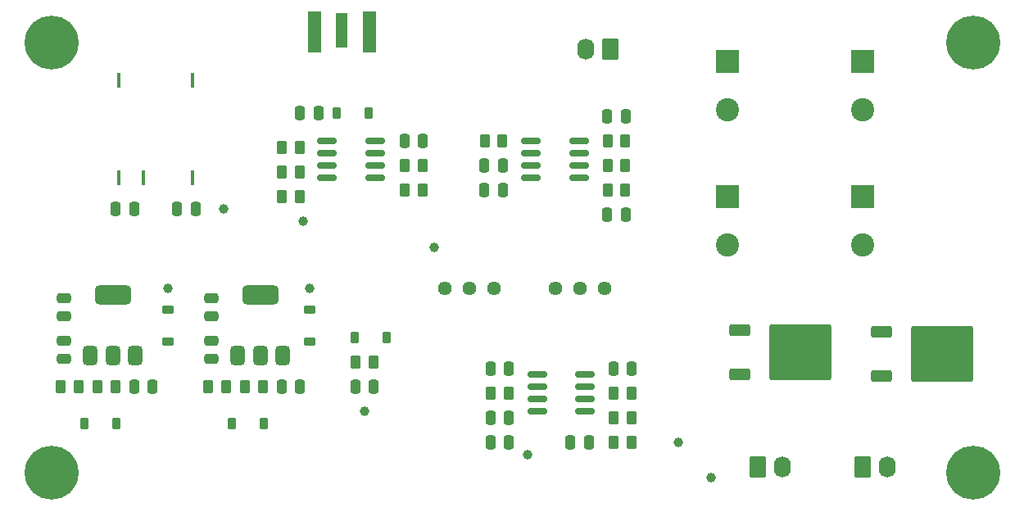
<source format=gbr>
%TF.GenerationSoftware,KiCad,Pcbnew,8.0.1*%
%TF.CreationDate,2024-07-13T13:04:58-04:00*%
%TF.ProjectId,GaN Drain Driver,47614e20-4472-4616-996e-204472697665,v1.0*%
%TF.SameCoordinates,Original*%
%TF.FileFunction,Soldermask,Top*%
%TF.FilePolarity,Negative*%
%FSLAX46Y46*%
G04 Gerber Fmt 4.6, Leading zero omitted, Abs format (unit mm)*
G04 Created by KiCad (PCBNEW 8.0.1) date 2024-07-13 13:04:58*
%MOMM*%
%LPD*%
G01*
G04 APERTURE LIST*
G04 Aperture macros list*
%AMRoundRect*
0 Rectangle with rounded corners*
0 $1 Rounding radius*
0 $2 $3 $4 $5 $6 $7 $8 $9 X,Y pos of 4 corners*
0 Add a 4 corners polygon primitive as box body*
4,1,4,$2,$3,$4,$5,$6,$7,$8,$9,$2,$3,0*
0 Add four circle primitives for the rounded corners*
1,1,$1+$1,$2,$3*
1,1,$1+$1,$4,$5*
1,1,$1+$1,$6,$7*
1,1,$1+$1,$8,$9*
0 Add four rect primitives between the rounded corners*
20,1,$1+$1,$2,$3,$4,$5,0*
20,1,$1+$1,$4,$5,$6,$7,0*
20,1,$1+$1,$6,$7,$8,$9,0*
20,1,$1+$1,$8,$9,$2,$3,0*%
G04 Aperture macros list end*
%ADD10R,0.457200X1.600200*%
%ADD11RoundRect,0.250000X0.262500X0.450000X-0.262500X0.450000X-0.262500X-0.450000X0.262500X-0.450000X0*%
%ADD12RoundRect,0.250000X-0.262500X-0.450000X0.262500X-0.450000X0.262500X0.450000X-0.262500X0.450000X0*%
%ADD13C,1.000000*%
%ADD14R,2.400000X2.400000*%
%ADD15C,2.400000*%
%ADD16RoundRect,0.225000X0.225000X0.375000X-0.225000X0.375000X-0.225000X-0.375000X0.225000X-0.375000X0*%
%ADD17RoundRect,0.250000X0.475000X-0.250000X0.475000X0.250000X-0.475000X0.250000X-0.475000X-0.250000X0*%
%ADD18RoundRect,0.250000X0.250000X0.475000X-0.250000X0.475000X-0.250000X-0.475000X0.250000X-0.475000X0*%
%ADD19RoundRect,0.225000X-0.225000X-0.375000X0.225000X-0.375000X0.225000X0.375000X-0.225000X0.375000X0*%
%ADD20RoundRect,0.250000X-0.250000X-0.475000X0.250000X-0.475000X0.250000X0.475000X-0.250000X0.475000X0*%
%ADD21RoundRect,0.225000X0.375000X-0.225000X0.375000X0.225000X-0.375000X0.225000X-0.375000X-0.225000X0*%
%ADD22RoundRect,0.250000X-0.620000X-0.845000X0.620000X-0.845000X0.620000X0.845000X-0.620000X0.845000X0*%
%ADD23O,1.740000X2.190000*%
%ADD24C,5.562600*%
%ADD25RoundRect,0.375000X0.375000X-0.625000X0.375000X0.625000X-0.375000X0.625000X-0.375000X-0.625000X0*%
%ADD26RoundRect,0.500000X1.400000X-0.500000X1.400000X0.500000X-1.400000X0.500000X-1.400000X-0.500000X0*%
%ADD27RoundRect,0.250000X0.620000X0.845000X-0.620000X0.845000X-0.620000X-0.845000X0.620000X-0.845000X0*%
%ADD28RoundRect,0.150000X-0.825000X-0.150000X0.825000X-0.150000X0.825000X0.150000X-0.825000X0.150000X0*%
%ADD29RoundRect,0.250000X-0.475000X0.250000X-0.475000X-0.250000X0.475000X-0.250000X0.475000X0.250000X0*%
%ADD30RoundRect,0.250000X-0.850000X-0.350000X0.850000X-0.350000X0.850000X0.350000X-0.850000X0.350000X0*%
%ADD31RoundRect,0.249997X-2.950003X-2.650003X2.950003X-2.650003X2.950003X2.650003X-2.950003X2.650003X0*%
%ADD32R,1.270000X3.600000*%
%ADD33R,1.350000X4.200000*%
%ADD34C,1.440000*%
G04 APERTURE END LIST*
D10*
%TO.C,U2*%
X60960000Y-42519600D03*
X63500000Y-42519600D03*
X68580000Y-42519600D03*
X68580000Y-32410400D03*
X60960000Y-32410400D03*
%TD*%
D11*
%TO.C,R1*%
X79652500Y-39370000D03*
X77827500Y-39370000D03*
%TD*%
D12*
%TO.C,R4*%
X90527500Y-41275000D03*
X92352500Y-41275000D03*
%TD*%
D13*
%TO.C,TP9*%
X103225600Y-71170800D03*
%TD*%
%TO.C,TP8*%
X122123200Y-73507600D03*
%TD*%
D14*
%TO.C,C20*%
X137795000Y-44450000D03*
D15*
X137795000Y-49450000D03*
%TD*%
D14*
%TO.C,C4*%
X123825000Y-44450000D03*
D15*
X123825000Y-49450000D03*
%TD*%
D16*
%TO.C,D2*%
X75945000Y-67945000D03*
X72645000Y-67945000D03*
%TD*%
D11*
%TO.C,R6*%
X60602500Y-64135000D03*
X58777500Y-64135000D03*
%TD*%
%TO.C,R3*%
X72032500Y-64135000D03*
X70207500Y-64135000D03*
%TD*%
%TO.C,R8*%
X101242500Y-64770000D03*
X99417500Y-64770000D03*
%TD*%
D17*
%TO.C,C11*%
X55245000Y-61275000D03*
X55245000Y-59375000D03*
%TD*%
D18*
%TO.C,C19*%
X99380000Y-67310000D03*
X101280000Y-67310000D03*
%TD*%
D13*
%TO.C,TP6*%
X80010000Y-46990000D03*
%TD*%
D12*
%TO.C,R17*%
X77827500Y-44450000D03*
X79652500Y-44450000D03*
%TD*%
D19*
%TO.C,D6*%
X88645000Y-59055000D03*
X85345000Y-59055000D03*
%TD*%
D18*
%TO.C,C5*%
X81595000Y-35814000D03*
X79695000Y-35814000D03*
%TD*%
D13*
%TO.C,TP2*%
X66040000Y-53975000D03*
%TD*%
D18*
%TO.C,C23*%
X100645000Y-43815000D03*
X98745000Y-43815000D03*
%TD*%
D20*
%TO.C,C8*%
X92390000Y-38735000D03*
X90490000Y-38735000D03*
%TD*%
%TO.C,C9*%
X62550000Y-64135000D03*
X64450000Y-64135000D03*
%TD*%
D21*
%TO.C,D1*%
X80645000Y-59435000D03*
X80645000Y-56135000D03*
%TD*%
D12*
%TO.C,R15*%
X112117500Y-69850000D03*
X113942500Y-69850000D03*
%TD*%
D20*
%TO.C,C14*%
X111445000Y-46355000D03*
X113345000Y-46355000D03*
%TD*%
D22*
%TO.C,J2*%
X137795000Y-72370000D03*
D23*
X140335000Y-72370000D03*
%TD*%
D24*
%TO.C,H4*%
X53975000Y-73025000D03*
%TD*%
D21*
%TO.C,D4*%
X66040000Y-59435000D03*
X66040000Y-56135000D03*
%TD*%
D25*
%TO.C,U4*%
X58025000Y-60935000D03*
X60325000Y-60935000D03*
D26*
X60325000Y-54635000D03*
D25*
X62625000Y-60935000D03*
%TD*%
D11*
%TO.C,R2*%
X75842500Y-64135000D03*
X74017500Y-64135000D03*
%TD*%
D14*
%TO.C,C21*%
X123825000Y-30480000D03*
D15*
X123825000Y-35480000D03*
%TD*%
D18*
%TO.C,C16*%
X109535000Y-69850000D03*
X107635000Y-69850000D03*
%TD*%
D24*
%TO.C,H3*%
X149225000Y-73025000D03*
%TD*%
D20*
%TO.C,C18*%
X112080000Y-62230000D03*
X113980000Y-62230000D03*
%TD*%
D27*
%TO.C,J4*%
X111760000Y-29190000D03*
D23*
X109220000Y-29190000D03*
%TD*%
D11*
%TO.C,R9*%
X113307500Y-43815000D03*
X111482500Y-43815000D03*
%TD*%
D28*
%TO.C,U3*%
X82488000Y-38735000D03*
X82488000Y-40005000D03*
X82488000Y-41275000D03*
X82488000Y-42545000D03*
X87438000Y-42545000D03*
X87438000Y-41275000D03*
X87438000Y-40005000D03*
X87438000Y-38735000D03*
%TD*%
D11*
%TO.C,R13*%
X113942500Y-67310000D03*
X112117500Y-67310000D03*
%TD*%
D13*
%TO.C,TP3*%
X86360000Y-66675000D03*
%TD*%
D12*
%TO.C,R10*%
X111482500Y-41275000D03*
X113307500Y-41275000D03*
%TD*%
D23*
%TO.C,J3*%
X129540000Y-72410000D03*
D22*
X127000000Y-72410000D03*
%TD*%
D16*
%TO.C,D3*%
X86740000Y-35814000D03*
X83440000Y-35814000D03*
%TD*%
D28*
%TO.C,U5*%
X104205000Y-62865000D03*
X104205000Y-64135000D03*
X104205000Y-65405000D03*
X104205000Y-66675000D03*
X109155000Y-66675000D03*
X109155000Y-65405000D03*
X109155000Y-64135000D03*
X109155000Y-62865000D03*
%TD*%
D20*
%TO.C,C2*%
X77790000Y-64135000D03*
X79690000Y-64135000D03*
%TD*%
D29*
%TO.C,C12*%
X55245000Y-54930000D03*
X55245000Y-56830000D03*
%TD*%
D11*
%TO.C,R7*%
X56792500Y-64135000D03*
X54967500Y-64135000D03*
%TD*%
D13*
%TO.C,TP4*%
X118745000Y-69850000D03*
%TD*%
D20*
%TO.C,C6*%
X66995000Y-45720000D03*
X68895000Y-45720000D03*
%TD*%
D25*
%TO.C,U1*%
X73265000Y-60935000D03*
X75565000Y-60935000D03*
D26*
X75565000Y-54635000D03*
D25*
X77865000Y-60935000D03*
%TD*%
D12*
%TO.C,R5*%
X90527500Y-43815000D03*
X92352500Y-43815000D03*
%TD*%
D18*
%TO.C,C1*%
X62545000Y-45720000D03*
X60645000Y-45720000D03*
%TD*%
D11*
%TO.C,R12*%
X87272500Y-61595000D03*
X85447500Y-61595000D03*
%TD*%
D20*
%TO.C,C15*%
X87310000Y-64135000D03*
X85410000Y-64135000D03*
%TD*%
D11*
%TO.C,R11*%
X113307500Y-38735000D03*
X111482500Y-38735000D03*
%TD*%
D18*
%TO.C,C10*%
X101280000Y-69850000D03*
X99380000Y-69850000D03*
%TD*%
D20*
%TO.C,C22*%
X111445000Y-36195000D03*
X113345000Y-36195000D03*
%TD*%
D30*
%TO.C,Q1*%
X139740000Y-58420000D03*
D31*
X146040000Y-60700000D03*
D30*
X139740000Y-62980000D03*
%TD*%
D18*
%TO.C,C13*%
X101280000Y-62230000D03*
X99380000Y-62230000D03*
%TD*%
D11*
%TO.C,R18*%
X79652500Y-41910000D03*
X77827500Y-41910000D03*
%TD*%
D32*
%TO.C,J1*%
X84012000Y-27282800D03*
D33*
X86837000Y-27482800D03*
X81187000Y-27482800D03*
%TD*%
D16*
%TO.C,D5*%
X57405000Y-67945000D03*
X60705000Y-67945000D03*
%TD*%
D30*
%TO.C,Q2*%
X125095000Y-58300000D03*
D31*
X131395000Y-60580000D03*
D30*
X125095000Y-62860000D03*
%TD*%
D14*
%TO.C,C24*%
X137795000Y-30480000D03*
D15*
X137795000Y-35480000D03*
%TD*%
D24*
%TO.C,H1*%
X149225000Y-28575000D03*
%TD*%
D13*
%TO.C,TP5*%
X93573600Y-49682400D03*
%TD*%
D29*
%TO.C,C7*%
X70485000Y-54930000D03*
X70485000Y-56830000D03*
%TD*%
D20*
%TO.C,C17*%
X98745000Y-41275000D03*
X100645000Y-41275000D03*
%TD*%
D34*
%TO.C,RV1*%
X111125000Y-53975000D03*
X108585000Y-53975000D03*
X106045000Y-53975000D03*
%TD*%
D11*
%TO.C,R14*%
X113942500Y-64770000D03*
X112117500Y-64770000D03*
%TD*%
%TO.C,R16*%
X100607500Y-38735000D03*
X98782500Y-38735000D03*
%TD*%
D24*
%TO.C,H2*%
X53975000Y-28575000D03*
%TD*%
D28*
%TO.C,U6*%
X103570000Y-38735000D03*
X103570000Y-40005000D03*
X103570000Y-41275000D03*
X103570000Y-42545000D03*
X108520000Y-42545000D03*
X108520000Y-41275000D03*
X108520000Y-40005000D03*
X108520000Y-38735000D03*
%TD*%
D13*
%TO.C,TP7*%
X71755000Y-45720000D03*
%TD*%
D34*
%TO.C,RV2*%
X99695000Y-53975000D03*
X97155000Y-53975000D03*
X94615000Y-53975000D03*
%TD*%
D17*
%TO.C,C3*%
X70485000Y-61275000D03*
X70485000Y-59375000D03*
%TD*%
D13*
%TO.C,TP1*%
X80645000Y-53975000D03*
%TD*%
M02*

</source>
